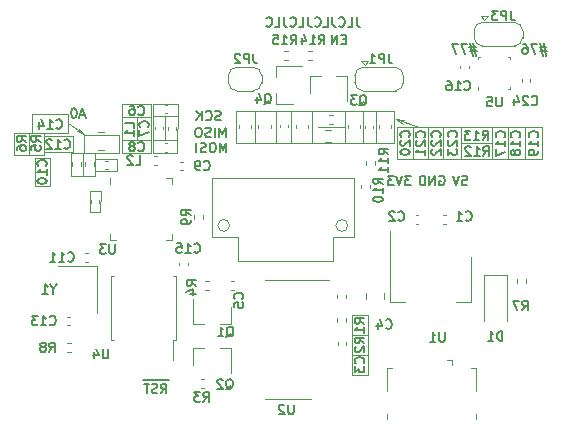
<source format=gbr>
%TF.GenerationSoftware,KiCad,Pcbnew,(5.1.7-0-10_14)*%
%TF.CreationDate,2020-11-27T19:57:41+01:00*%
%TF.ProjectId,AtmoNode,41746d6f-4e6f-4646-952e-6b696361645f,rev?*%
%TF.SameCoordinates,Original*%
%TF.FileFunction,Legend,Bot*%
%TF.FilePolarity,Positive*%
%FSLAX46Y46*%
G04 Gerber Fmt 4.6, Leading zero omitted, Abs format (unit mm)*
G04 Created by KiCad (PCBNEW (5.1.7-0-10_14)) date 2020-11-27 19:57:41*
%MOMM*%
%LPD*%
G01*
G04 APERTURE LIST*
%ADD10C,0.120000*%
%ADD11C,0.153000*%
%ADD12C,0.100000*%
G04 APERTURE END LIST*
D10*
X119050000Y-102900000D02*
X121050000Y-102900000D01*
X120050000Y-102900000D02*
X119050000Y-102900000D01*
X120050000Y-100850000D02*
X120050000Y-102900000D01*
X119100000Y-100850000D02*
X121050000Y-100850000D01*
X119050000Y-104000000D02*
X121050000Y-104000000D01*
X119050000Y-99800000D02*
X119050000Y-104000000D01*
X121100000Y-99800000D02*
X119050000Y-99800000D01*
X121050000Y-104000000D02*
X121100000Y-99800000D01*
D11*
X136245238Y-92461904D02*
X136245238Y-93033333D01*
X136283333Y-93147619D01*
X136359523Y-93223809D01*
X136473809Y-93261904D01*
X136550000Y-93261904D01*
X135483333Y-93261904D02*
X135864285Y-93261904D01*
X135864285Y-92461904D01*
X134759523Y-93185714D02*
X134797619Y-93223809D01*
X134911904Y-93261904D01*
X134988095Y-93261904D01*
X135102380Y-93223809D01*
X135178571Y-93147619D01*
X135216666Y-93071428D01*
X135254761Y-92919047D01*
X135254761Y-92804761D01*
X135216666Y-92652380D01*
X135178571Y-92576190D01*
X135102380Y-92500000D01*
X134988095Y-92461904D01*
X134911904Y-92461904D01*
X134797619Y-92500000D01*
X134759523Y-92538095D01*
X134188095Y-92461904D02*
X134188095Y-93033333D01*
X134226190Y-93147619D01*
X134302380Y-93223809D01*
X134416666Y-93261904D01*
X134492857Y-93261904D01*
X133426190Y-93261904D02*
X133807142Y-93261904D01*
X133807142Y-92461904D01*
X132702380Y-93185714D02*
X132740476Y-93223809D01*
X132854761Y-93261904D01*
X132930952Y-93261904D01*
X133045238Y-93223809D01*
X133121428Y-93147619D01*
X133159523Y-93071428D01*
X133197619Y-92919047D01*
X133197619Y-92804761D01*
X133159523Y-92652380D01*
X133121428Y-92576190D01*
X133045238Y-92500000D01*
X132930952Y-92461904D01*
X132854761Y-92461904D01*
X132740476Y-92500000D01*
X132702380Y-92538095D01*
X132130952Y-92461904D02*
X132130952Y-93033333D01*
X132169047Y-93147619D01*
X132245238Y-93223809D01*
X132359523Y-93261904D01*
X132435714Y-93261904D01*
X131369047Y-93261904D02*
X131750000Y-93261904D01*
X131750000Y-92461904D01*
X130645238Y-93185714D02*
X130683333Y-93223809D01*
X130797619Y-93261904D01*
X130873809Y-93261904D01*
X130988095Y-93223809D01*
X131064285Y-93147619D01*
X131102380Y-93071428D01*
X131140476Y-92919047D01*
X131140476Y-92804761D01*
X131102380Y-92652380D01*
X131064285Y-92576190D01*
X130988095Y-92500000D01*
X130873809Y-92461904D01*
X130797619Y-92461904D01*
X130683333Y-92500000D01*
X130645238Y-92538095D01*
X130073809Y-92461904D02*
X130073809Y-93033333D01*
X130111904Y-93147619D01*
X130188095Y-93223809D01*
X130302380Y-93261904D01*
X130378571Y-93261904D01*
X129311904Y-93261904D02*
X129692857Y-93261904D01*
X129692857Y-92461904D01*
X128588095Y-93185714D02*
X128626190Y-93223809D01*
X128740476Y-93261904D01*
X128816666Y-93261904D01*
X128930952Y-93223809D01*
X129007142Y-93147619D01*
X129045238Y-93071428D01*
X129083333Y-92919047D01*
X129083333Y-92804761D01*
X129045238Y-92652380D01*
X129007142Y-92576190D01*
X128930952Y-92500000D01*
X128816666Y-92461904D01*
X128740476Y-92461904D01*
X128626190Y-92500000D01*
X128588095Y-92538095D01*
D10*
X118850000Y-99800000D02*
X118850000Y-101100000D01*
X116400000Y-99800000D02*
X118850000Y-99800000D01*
X116400000Y-101100000D02*
X116400000Y-99800000D01*
X116400000Y-104000000D02*
X116400000Y-102750000D01*
X118850000Y-104000000D02*
X116400000Y-104000000D01*
X118850000Y-102750000D02*
X118850000Y-104000000D01*
X117650000Y-100950000D02*
X117650000Y-102850000D01*
X116400000Y-100950000D02*
X118850000Y-100950000D01*
X116400000Y-102750000D02*
X116400000Y-101100000D01*
X118850000Y-102850000D02*
X116450000Y-102850000D01*
X118850000Y-101100000D02*
X118850000Y-102750000D01*
X113150000Y-102350000D02*
X112750000Y-101900000D01*
X113150000Y-102350000D02*
X112550000Y-102100000D01*
X111850000Y-101400000D02*
X113150000Y-102350000D01*
D11*
X125207142Y-103911904D02*
X125207142Y-103111904D01*
X124940476Y-103683333D01*
X124673809Y-103111904D01*
X124673809Y-103911904D01*
X124140476Y-103111904D02*
X123988095Y-103111904D01*
X123911904Y-103150000D01*
X123835714Y-103226190D01*
X123797619Y-103378571D01*
X123797619Y-103645238D01*
X123835714Y-103797619D01*
X123911904Y-103873809D01*
X123988095Y-103911904D01*
X124140476Y-103911904D01*
X124216666Y-103873809D01*
X124292857Y-103797619D01*
X124330952Y-103645238D01*
X124330952Y-103378571D01*
X124292857Y-103226190D01*
X124216666Y-103150000D01*
X124140476Y-103111904D01*
X123492857Y-103873809D02*
X123378571Y-103911904D01*
X123188095Y-103911904D01*
X123111904Y-103873809D01*
X123073809Y-103835714D01*
X123035714Y-103759523D01*
X123035714Y-103683333D01*
X123073809Y-103607142D01*
X123111904Y-103569047D01*
X123188095Y-103530952D01*
X123340476Y-103492857D01*
X123416666Y-103454761D01*
X123454761Y-103416666D01*
X123492857Y-103340476D01*
X123492857Y-103264285D01*
X123454761Y-103188095D01*
X123416666Y-103150000D01*
X123340476Y-103111904D01*
X123150000Y-103111904D01*
X123035714Y-103150000D01*
X122692857Y-103911904D02*
X122692857Y-103111904D01*
X125157142Y-102611904D02*
X125157142Y-101811904D01*
X124890476Y-102383333D01*
X124623809Y-101811904D01*
X124623809Y-102611904D01*
X124242857Y-102611904D02*
X124242857Y-101811904D01*
X123900000Y-102573809D02*
X123785714Y-102611904D01*
X123595238Y-102611904D01*
X123519047Y-102573809D01*
X123480952Y-102535714D01*
X123442857Y-102459523D01*
X123442857Y-102383333D01*
X123480952Y-102307142D01*
X123519047Y-102269047D01*
X123595238Y-102230952D01*
X123747619Y-102192857D01*
X123823809Y-102154761D01*
X123861904Y-102116666D01*
X123900000Y-102040476D01*
X123900000Y-101964285D01*
X123861904Y-101888095D01*
X123823809Y-101850000D01*
X123747619Y-101811904D01*
X123557142Y-101811904D01*
X123442857Y-101850000D01*
X122947619Y-101811904D02*
X122795238Y-101811904D01*
X122719047Y-101850000D01*
X122642857Y-101926190D01*
X122604761Y-102078571D01*
X122604761Y-102345238D01*
X122642857Y-102497619D01*
X122719047Y-102573809D01*
X122795238Y-102611904D01*
X122947619Y-102611904D01*
X123023809Y-102573809D01*
X123100000Y-102497619D01*
X123138095Y-102345238D01*
X123138095Y-102078571D01*
X123100000Y-101926190D01*
X123023809Y-101850000D01*
X122947619Y-101811904D01*
X124728571Y-101173809D02*
X124614285Y-101211904D01*
X124423809Y-101211904D01*
X124347619Y-101173809D01*
X124309523Y-101135714D01*
X124271428Y-101059523D01*
X124271428Y-100983333D01*
X124309523Y-100907142D01*
X124347619Y-100869047D01*
X124423809Y-100830952D01*
X124576190Y-100792857D01*
X124652380Y-100754761D01*
X124690476Y-100716666D01*
X124728571Y-100640476D01*
X124728571Y-100564285D01*
X124690476Y-100488095D01*
X124652380Y-100450000D01*
X124576190Y-100411904D01*
X124385714Y-100411904D01*
X124271428Y-100450000D01*
X123471428Y-101135714D02*
X123509523Y-101173809D01*
X123623809Y-101211904D01*
X123700000Y-101211904D01*
X123814285Y-101173809D01*
X123890476Y-101097619D01*
X123928571Y-101021428D01*
X123966666Y-100869047D01*
X123966666Y-100754761D01*
X123928571Y-100602380D01*
X123890476Y-100526190D01*
X123814285Y-100450000D01*
X123700000Y-100411904D01*
X123623809Y-100411904D01*
X123509523Y-100450000D01*
X123471428Y-100488095D01*
X123128571Y-101211904D02*
X123128571Y-100411904D01*
X122671428Y-101211904D02*
X123014285Y-100754761D01*
X122671428Y-100411904D02*
X123128571Y-100869047D01*
X113221428Y-100733333D02*
X112840476Y-100733333D01*
X113297619Y-100961904D02*
X113030952Y-100161904D01*
X112764285Y-100961904D01*
X112345238Y-100161904D02*
X112269047Y-100161904D01*
X112192857Y-100200000D01*
X112154761Y-100238095D01*
X112116666Y-100314285D01*
X112078571Y-100466666D01*
X112078571Y-100657142D01*
X112116666Y-100809523D01*
X112154761Y-100885714D01*
X112192857Y-100923809D01*
X112269047Y-100961904D01*
X112345238Y-100961904D01*
X112421428Y-100923809D01*
X112459523Y-100885714D01*
X112497619Y-100809523D01*
X112535714Y-100657142D01*
X112535714Y-100466666D01*
X112497619Y-100314285D01*
X112459523Y-100238095D01*
X112421428Y-100200000D01*
X112345238Y-100161904D01*
X120335714Y-123175100D02*
X119535714Y-123175100D01*
X119688095Y-124311904D02*
X119954761Y-123930952D01*
X120145238Y-124311904D02*
X120145238Y-123511904D01*
X119840476Y-123511904D01*
X119764285Y-123550000D01*
X119726190Y-123588095D01*
X119688095Y-123664285D01*
X119688095Y-123778571D01*
X119726190Y-123854761D01*
X119764285Y-123892857D01*
X119840476Y-123930952D01*
X120145238Y-123930952D01*
X119535714Y-123175100D02*
X118773809Y-123175100D01*
X119383333Y-124273809D02*
X119269047Y-124311904D01*
X119078571Y-124311904D01*
X119002380Y-124273809D01*
X118964285Y-124235714D01*
X118926190Y-124159523D01*
X118926190Y-124083333D01*
X118964285Y-124007142D01*
X119002380Y-123969047D01*
X119078571Y-123930952D01*
X119230952Y-123892857D01*
X119307142Y-123854761D01*
X119345238Y-123816666D01*
X119383333Y-123740476D01*
X119383333Y-123664285D01*
X119345238Y-123588095D01*
X119307142Y-123550000D01*
X119230952Y-123511904D01*
X119040476Y-123511904D01*
X118926190Y-123550000D01*
X118773809Y-123175100D02*
X118164285Y-123175100D01*
X118697619Y-123511904D02*
X118240476Y-123511904D01*
X118469047Y-124311904D02*
X118469047Y-123511904D01*
D10*
X108700000Y-104150000D02*
X107250000Y-104150000D01*
X111800000Y-100700000D02*
X108800000Y-100700000D01*
X112200000Y-102550000D02*
X112200000Y-103850000D01*
X108800000Y-100700000D02*
X108800000Y-102250000D01*
X110250000Y-104350000D02*
X109000000Y-104350000D01*
X112200000Y-103850000D02*
X109750000Y-103850000D01*
X110250000Y-106750000D02*
X110250000Y-104350000D01*
X109000000Y-106750000D02*
X110250000Y-106750000D01*
X109850000Y-102550000D02*
X112200000Y-102550000D01*
X109000000Y-104350000D02*
X109000000Y-106750000D01*
X109750000Y-102250000D02*
X108700000Y-102250000D01*
X111800000Y-102250000D02*
X111800000Y-100700000D01*
X108500000Y-102300000D02*
X108500000Y-104150000D01*
X109750000Y-104150000D02*
X109750000Y-102250000D01*
X107250000Y-104150000D02*
X107250000Y-102250000D01*
X109750000Y-102250000D02*
X111800000Y-102250000D01*
X108700000Y-104150000D02*
X109750000Y-104150000D01*
X107250000Y-102250000D02*
X108700000Y-102250000D01*
X114600000Y-107150000D02*
X113650000Y-107150000D01*
X114550000Y-109000000D02*
X114600000Y-107150000D01*
X113650000Y-109000000D02*
X114550000Y-109000000D01*
X113650000Y-107150000D02*
X113650000Y-109000000D01*
X113150000Y-102450000D02*
X113150000Y-104000000D01*
X116150000Y-102450000D02*
X113150000Y-102450000D01*
X116150000Y-104000000D02*
X116150000Y-102450000D01*
X114100000Y-104000000D02*
X116150000Y-104000000D01*
X116000000Y-105450000D02*
X114100000Y-105450000D01*
X116000000Y-104500000D02*
X116000000Y-105450000D01*
X114200000Y-104500000D02*
X116000000Y-104500000D01*
X114100000Y-104000000D02*
X113050000Y-104000000D01*
X114100000Y-105900000D02*
X114100000Y-104000000D01*
X113050000Y-105900000D02*
X114100000Y-105900000D01*
X113050000Y-104000000D02*
X113050000Y-105850000D01*
X112050000Y-104000000D02*
X113050000Y-104000000D01*
X112050000Y-105900000D02*
X112050000Y-104000000D01*
X113050000Y-105900000D02*
X112050000Y-105900000D01*
D11*
X146359523Y-95028571D02*
X145788095Y-95028571D01*
X146130952Y-94685714D02*
X146359523Y-95714285D01*
X145864285Y-95371428D02*
X146435714Y-95371428D01*
X146092857Y-95714285D02*
X145864285Y-94685714D01*
X145597619Y-94761904D02*
X145064285Y-94761904D01*
X145407142Y-95561904D01*
X144835714Y-94761904D02*
X144302380Y-94761904D01*
X144645238Y-95561904D01*
X152309523Y-95028571D02*
X151738095Y-95028571D01*
X152080952Y-94685714D02*
X152309523Y-95714285D01*
X151814285Y-95371428D02*
X152385714Y-95371428D01*
X152042857Y-95714285D02*
X151814285Y-94685714D01*
X151547619Y-94761904D02*
X151014285Y-94761904D01*
X151357142Y-95561904D01*
X150366666Y-94761904D02*
X150519047Y-94761904D01*
X150595238Y-94800000D01*
X150633333Y-94838095D01*
X150709523Y-94952380D01*
X150747619Y-95104761D01*
X150747619Y-95409523D01*
X150709523Y-95485714D01*
X150671428Y-95523809D01*
X150595238Y-95561904D01*
X150442857Y-95561904D01*
X150366666Y-95523809D01*
X150328571Y-95485714D01*
X150290476Y-95409523D01*
X150290476Y-95219047D01*
X150328571Y-95142857D01*
X150366666Y-95104761D01*
X150442857Y-95066666D01*
X150595238Y-95066666D01*
X150671428Y-95104761D01*
X150709523Y-95142857D01*
X150747619Y-95219047D01*
D10*
X137200000Y-121050000D02*
X135850000Y-121050000D01*
X135850000Y-119400000D02*
X137200000Y-119400000D01*
X135850000Y-117850000D02*
X135850000Y-117700000D01*
X135850000Y-122750000D02*
X135850000Y-117850000D01*
X137200000Y-122750000D02*
X135850000Y-122750000D01*
X137200000Y-117700000D02*
X137200000Y-122750000D01*
X135850000Y-117700000D02*
X137200000Y-117700000D01*
D11*
X145202380Y-105911904D02*
X145583333Y-105911904D01*
X145621428Y-106292857D01*
X145583333Y-106254761D01*
X145507142Y-106216666D01*
X145316666Y-106216666D01*
X145240476Y-106254761D01*
X145202380Y-106292857D01*
X145164285Y-106369047D01*
X145164285Y-106559523D01*
X145202380Y-106635714D01*
X145240476Y-106673809D01*
X145316666Y-106711904D01*
X145507142Y-106711904D01*
X145583333Y-106673809D01*
X145621428Y-106635714D01*
X144935714Y-105911904D02*
X144669047Y-106711904D01*
X144402380Y-105911904D01*
X143259523Y-105950000D02*
X143335714Y-105911904D01*
X143450000Y-105911904D01*
X143564285Y-105950000D01*
X143640476Y-106026190D01*
X143678571Y-106102380D01*
X143716666Y-106254761D01*
X143716666Y-106369047D01*
X143678571Y-106521428D01*
X143640476Y-106597619D01*
X143564285Y-106673809D01*
X143450000Y-106711904D01*
X143373809Y-106711904D01*
X143259523Y-106673809D01*
X143221428Y-106635714D01*
X143221428Y-106369047D01*
X143373809Y-106369047D01*
X142878571Y-106711904D02*
X142878571Y-105911904D01*
X142421428Y-106711904D01*
X142421428Y-105911904D01*
X142040476Y-106711904D02*
X142040476Y-105911904D01*
X141850000Y-105911904D01*
X141735714Y-105950000D01*
X141659523Y-106026190D01*
X141621428Y-106102380D01*
X141583333Y-106254761D01*
X141583333Y-106369047D01*
X141621428Y-106521428D01*
X141659523Y-106597619D01*
X141735714Y-106673809D01*
X141850000Y-106711904D01*
X142040476Y-106711904D01*
X140840476Y-105911904D02*
X140345238Y-105911904D01*
X140611904Y-106216666D01*
X140497619Y-106216666D01*
X140421428Y-106254761D01*
X140383333Y-106292857D01*
X140345238Y-106369047D01*
X140345238Y-106559523D01*
X140383333Y-106635714D01*
X140421428Y-106673809D01*
X140497619Y-106711904D01*
X140726190Y-106711904D01*
X140802380Y-106673809D01*
X140840476Y-106635714D01*
X140116666Y-105911904D02*
X139850000Y-106711904D01*
X139583333Y-105911904D01*
X139392857Y-105911904D02*
X138897619Y-105911904D01*
X139164285Y-106216666D01*
X139050000Y-106216666D01*
X138973809Y-106254761D01*
X138935714Y-106292857D01*
X138897619Y-106369047D01*
X138897619Y-106559523D01*
X138935714Y-106635714D01*
X138973809Y-106673809D01*
X139050000Y-106711904D01*
X139278571Y-106711904D01*
X139354761Y-106673809D01*
X139392857Y-106635714D01*
D10*
X130400000Y-103100000D02*
X129100000Y-103100000D01*
X139450000Y-103100000D02*
X139450000Y-100400000D01*
X137850000Y-100400000D02*
X137850000Y-103000000D01*
X130700000Y-100400000D02*
X130700000Y-103100000D01*
X131900000Y-103100000D02*
X139450000Y-103100000D01*
X132500000Y-100400000D02*
X132500000Y-103100000D01*
X129100000Y-100400000D02*
X127800000Y-100400000D01*
X129400000Y-103100000D02*
X129400000Y-100400000D01*
X126000000Y-103100000D02*
X126000000Y-100400000D01*
X131900000Y-100400000D02*
X130400000Y-100400000D01*
X126000000Y-100400000D02*
X131900000Y-100400000D01*
X131900000Y-103100000D02*
X126000000Y-103100000D01*
X132950000Y-101800000D02*
X135250000Y-101800000D01*
X127650000Y-100400000D02*
X127650000Y-103100000D01*
X139450000Y-100400000D02*
X131900000Y-100400000D01*
X135250000Y-100400000D02*
X135250000Y-103000000D01*
X136750000Y-100400000D02*
X136750000Y-103100000D01*
X139550000Y-101100000D02*
X140250000Y-101150000D01*
X139550000Y-101100000D02*
X140150000Y-101500000D01*
X141550000Y-101800000D02*
X139550000Y-101100000D01*
X141000000Y-101800000D02*
X141000000Y-104500000D01*
X142300000Y-101800000D02*
X141000000Y-101800000D01*
X142300000Y-104500000D02*
X142300000Y-101800000D01*
X143600000Y-104500000D02*
X142300000Y-104500000D01*
X143600000Y-101800000D02*
X143600000Y-104500000D01*
X145100000Y-101800000D02*
X143600000Y-101800000D01*
X139700000Y-101800000D02*
X145550000Y-101800000D01*
X139700000Y-104500000D02*
X139700000Y-101800000D01*
X145100000Y-104500000D02*
X139700000Y-104500000D01*
X145100000Y-103100000D02*
X147700000Y-103100000D01*
X147700000Y-101800000D02*
X147700000Y-104400000D01*
X149100000Y-101800000D02*
X149100000Y-104500000D01*
X150500000Y-101800000D02*
X150500000Y-104400000D01*
X151950000Y-104500000D02*
X151950000Y-101800000D01*
X145100000Y-104500000D02*
X151950000Y-104500000D01*
X145100000Y-104400000D02*
X145100000Y-104500000D01*
X145100000Y-101800000D02*
X145100000Y-104400000D01*
X151950000Y-101800000D02*
X145100000Y-101800000D01*
D11*
X135340476Y-94342857D02*
X135073809Y-94342857D01*
X134959523Y-94761904D02*
X135340476Y-94761904D01*
X135340476Y-93961904D01*
X134959523Y-93961904D01*
X134616666Y-94761904D02*
X134616666Y-93961904D01*
X134159523Y-94761904D01*
X134159523Y-93961904D01*
D10*
%TO.C,R12*%
X133587742Y-103022500D02*
X134062258Y-103022500D01*
X133587742Y-101977500D02*
X134062258Y-101977500D01*
%TO.C,C4*%
X137065000Y-115788748D02*
X137065000Y-116311252D01*
X138535000Y-115788748D02*
X138535000Y-116311252D01*
%TO.C,C14*%
X114886252Y-102215000D02*
X114363748Y-102215000D01*
X114886252Y-103685000D02*
X114363748Y-103685000D01*
%TO.C,L1*%
X119140000Y-101772300D02*
X119140000Y-101972700D01*
X119860000Y-101772300D02*
X119860000Y-101972700D01*
D12*
%TO.C,U5*%
X146550000Y-95840000D02*
X146700000Y-95840000D01*
X146550000Y-95850000D02*
X146550000Y-96000000D01*
X149250000Y-95850000D02*
X149250000Y-96000000D01*
X149250000Y-95850000D02*
X149100000Y-95850000D01*
X149100000Y-98550000D02*
X149250000Y-98550000D01*
X149250000Y-98550000D02*
X149250000Y-98400000D01*
X146550000Y-98400000D02*
X146550000Y-98650000D01*
D10*
%TO.C,R11*%
X137830000Y-104646359D02*
X137830000Y-104953641D01*
X137070000Y-104646359D02*
X137070000Y-104953641D01*
%TO.C,R10*%
X136620000Y-106953641D02*
X136620000Y-106646359D01*
X137380000Y-106953641D02*
X137380000Y-106646359D01*
%TO.C,C24*%
X150240000Y-97712164D02*
X150240000Y-97927836D01*
X150960000Y-97712164D02*
X150960000Y-97927836D01*
%TO.C,JP3*%
X146200000Y-94200000D02*
G75*
G03*
X146900000Y-94900000I700000J0D01*
G01*
X146900000Y-92900000D02*
G75*
G03*
X146200000Y-93600000I0J-700000D01*
G01*
X150300000Y-93600000D02*
G75*
G03*
X149600000Y-92900000I-700000J0D01*
G01*
X149600000Y-94900000D02*
G75*
G03*
X150300000Y-94200000I0J700000D01*
G01*
X147050000Y-92700000D02*
X147350000Y-92400000D01*
X146750000Y-92400000D02*
X147350000Y-92400000D01*
X147050000Y-92700000D02*
X146750000Y-92400000D01*
X146200000Y-93600000D02*
X146200000Y-94200000D01*
X149650000Y-92900000D02*
X146850000Y-92900000D01*
X150300000Y-94200000D02*
X150300000Y-93600000D01*
X146850000Y-94900000D02*
X149650000Y-94900000D01*
%TO.C,C20*%
X126290000Y-101584420D02*
X126290000Y-101865580D01*
X127310000Y-101584420D02*
X127310000Y-101865580D01*
%TO.C,L2*%
X119327700Y-104240000D02*
X119127300Y-104240000D01*
X119327700Y-104960000D02*
X119127300Y-104960000D01*
%TO.C,Q2*%
X122420000Y-120440000D02*
X122420000Y-121900000D01*
X125580000Y-120440000D02*
X125580000Y-122600000D01*
X125580000Y-120440000D02*
X124650000Y-120440000D01*
X122420000Y-120440000D02*
X123350000Y-120440000D01*
%TO.C,C15*%
X121960000Y-113272164D02*
X121960000Y-113487836D01*
X121240000Y-113272164D02*
X121240000Y-113487836D01*
%TO.C,R14*%
X132463641Y-96080000D02*
X132156359Y-96080000D01*
X132463641Y-95320000D02*
X132156359Y-95320000D01*
%TO.C,J2*%
X135500000Y-110100000D02*
G75*
G03*
X135500000Y-110100000I-500000J0D01*
G01*
X125500000Y-110100000D02*
G75*
G03*
X125500000Y-110100000I-500000J0D01*
G01*
X124000000Y-106100000D02*
X136000000Y-106100000D01*
X136000000Y-111100000D02*
X136000000Y-106100000D01*
X134210000Y-111100000D02*
X136000000Y-111100000D01*
X134210000Y-113100000D02*
X134210000Y-111100000D01*
X126210000Y-113100000D02*
X134210000Y-113100000D01*
X126210000Y-111100000D02*
X126210000Y-113100000D01*
X124000000Y-111100000D02*
X126210000Y-111100000D01*
X124000000Y-106100000D02*
X124000000Y-111100000D01*
%TO.C,R3*%
X123343641Y-123880000D02*
X123036359Y-123880000D01*
X123343641Y-123120000D02*
X123036359Y-123120000D01*
%TO.C,Q1*%
X125580000Y-118460000D02*
X125580000Y-117000000D01*
X122420000Y-118460000D02*
X122420000Y-116300000D01*
X122420000Y-118460000D02*
X123350000Y-118460000D01*
X125580000Y-118460000D02*
X124650000Y-118460000D01*
%TO.C,U2*%
X130460000Y-124810000D02*
X128510000Y-124810000D01*
X130460000Y-124810000D02*
X132410000Y-124810000D01*
X130460000Y-114690000D02*
X128510000Y-114690000D01*
X130460000Y-114690000D02*
X133910000Y-114690000D01*
%TO.C,R9*%
X122520000Y-109543641D02*
X122520000Y-109236359D01*
X123280000Y-109543641D02*
X123280000Y-109236359D01*
%TO.C,C19*%
X139160000Y-101596920D02*
X139160000Y-101878080D01*
X138140000Y-101596920D02*
X138140000Y-101878080D01*
%TO.C,C17*%
X136560000Y-101559420D02*
X136560000Y-101840580D01*
X135540000Y-101559420D02*
X135540000Y-101840580D01*
%TO.C,R15*%
X130136359Y-95320000D02*
X130443641Y-95320000D01*
X130136359Y-96080000D02*
X130443641Y-96080000D01*
%TO.C,R13*%
X134213641Y-101480000D02*
X133906359Y-101480000D01*
X134213641Y-100720000D02*
X133906359Y-100720000D01*
%TO.C,R8*%
X112063641Y-120780000D02*
X111756359Y-120780000D01*
X112063641Y-120020000D02*
X111756359Y-120020000D01*
%TO.C,R7*%
X150580000Y-114656359D02*
X150580000Y-114963641D01*
X149820000Y-114656359D02*
X149820000Y-114963641D01*
%TO.C,R6*%
X112120000Y-105063641D02*
X112120000Y-104756359D01*
X112880000Y-105063641D02*
X112880000Y-104756359D01*
%TO.C,R5*%
X113220000Y-105043641D02*
X113220000Y-104736359D01*
X113980000Y-105043641D02*
X113980000Y-104736359D01*
%TO.C,R4*%
X123436359Y-114820000D02*
X123743641Y-114820000D01*
X123436359Y-115580000D02*
X123743641Y-115580000D01*
%TO.C,R2*%
X134620000Y-118263641D02*
X134620000Y-117956359D01*
X135380000Y-118263641D02*
X135380000Y-117956359D01*
%TO.C,R1*%
X135380000Y-115946359D02*
X135380000Y-116253641D01*
X134620000Y-115946359D02*
X134620000Y-116253641D01*
%TO.C,C22*%
X130460000Y-101572164D02*
X130460000Y-101787836D01*
X129740000Y-101572164D02*
X129740000Y-101787836D01*
%TO.C,C18*%
X137660000Y-101672164D02*
X137660000Y-101887836D01*
X136940000Y-101672164D02*
X136940000Y-101887836D01*
%TO.C,C16*%
X145760000Y-96562164D02*
X145760000Y-96777836D01*
X145040000Y-96562164D02*
X145040000Y-96777836D01*
%TO.C,C13*%
X111772164Y-117840000D02*
X111987836Y-117840000D01*
X111772164Y-118560000D02*
X111987836Y-118560000D01*
%TO.C,C12*%
X115187836Y-105360000D02*
X114972164Y-105360000D01*
X115187836Y-104640000D02*
X114972164Y-104640000D01*
%TO.C,C11*%
X113507836Y-113160000D02*
X113292164Y-113160000D01*
X113507836Y-112440000D02*
X113292164Y-112440000D01*
%TO.C,C10*%
X113740000Y-108187836D02*
X113740000Y-107972164D01*
X114460000Y-108187836D02*
X114460000Y-107972164D01*
%TO.C,C9*%
X121312164Y-104690000D02*
X121527836Y-104690000D01*
X121312164Y-105410000D02*
X121527836Y-105410000D01*
%TO.C,C8*%
X120012164Y-103140000D02*
X120227836Y-103140000D01*
X120012164Y-103860000D02*
X120227836Y-103860000D01*
%TO.C,C7*%
X120960000Y-101772164D02*
X120960000Y-101987836D01*
X120240000Y-101772164D02*
X120240000Y-101987836D01*
%TO.C,C6*%
X120012164Y-99890000D02*
X120227836Y-99890000D01*
X120012164Y-100610000D02*
X120227836Y-100610000D01*
%TO.C,C5*%
X125827836Y-115560000D02*
X125612164Y-115560000D01*
X125827836Y-114840000D02*
X125612164Y-114840000D01*
%TO.C,C3*%
X135360000Y-119992164D02*
X135360000Y-120207836D01*
X134640000Y-119992164D02*
X134640000Y-120207836D01*
%TO.C,C2*%
X141487836Y-109960000D02*
X141272164Y-109960000D01*
X141487836Y-109240000D02*
X141272164Y-109240000D01*
%TO.C,C1*%
X143787836Y-109960000D02*
X143572164Y-109960000D01*
X143787836Y-109240000D02*
X143572164Y-109240000D01*
%TO.C,Y1*%
X114300000Y-113500000D02*
X114300000Y-117500000D01*
X111000000Y-113500000D02*
X114300000Y-113500000D01*
%TO.C,Q4*%
X129440000Y-99780000D02*
X130900000Y-99780000D01*
X129440000Y-96620000D02*
X131600000Y-96620000D01*
X129440000Y-96620000D02*
X129440000Y-97550000D01*
X129440000Y-99780000D02*
X129440000Y-98850000D01*
%TO.C,Q3*%
X132270000Y-97440000D02*
X132270000Y-98900000D01*
X135430000Y-97440000D02*
X135430000Y-99600000D01*
X135430000Y-97440000D02*
X134500000Y-97440000D01*
X132270000Y-97440000D02*
X133200000Y-97440000D01*
%TO.C,JP2*%
X127500000Y-96700000D02*
X126100000Y-96700000D01*
X125400000Y-97400000D02*
X125400000Y-98000000D01*
X126100000Y-98700000D02*
X127500000Y-98700000D01*
X128200000Y-98000000D02*
X128200000Y-97400000D01*
X128200000Y-97400000D02*
G75*
G03*
X127500000Y-96700000I-700000J0D01*
G01*
X127500000Y-98700000D02*
G75*
G03*
X128200000Y-98000000I0J700000D01*
G01*
X125400000Y-98000000D02*
G75*
G03*
X126100000Y-98700000I700000J0D01*
G01*
X126100000Y-96700000D02*
G75*
G03*
X125400000Y-97400000I0J-700000D01*
G01*
%TO.C,JP1*%
X136750000Y-98700000D02*
X139550000Y-98700000D01*
X140200000Y-98000000D02*
X140200000Y-97400000D01*
X139550000Y-96700000D02*
X136750000Y-96700000D01*
X136100000Y-97400000D02*
X136100000Y-98000000D01*
X136950000Y-96500000D02*
X136650000Y-96200000D01*
X136650000Y-96200000D02*
X137250000Y-96200000D01*
X136950000Y-96500000D02*
X137250000Y-96200000D01*
X136100000Y-98000000D02*
G75*
G03*
X136800000Y-98700000I700000J0D01*
G01*
X136800000Y-96700000D02*
G75*
G03*
X136100000Y-97400000I0J-700000D01*
G01*
X140200000Y-97400000D02*
G75*
G03*
X139500000Y-96700000I-700000J0D01*
G01*
X139500000Y-98700000D02*
G75*
G03*
X140200000Y-98000000I0J700000D01*
G01*
%TO.C,U4*%
X115475000Y-117100000D02*
X115475000Y-114375000D01*
X115475000Y-114375000D02*
X115735000Y-114375000D01*
X115475000Y-117100000D02*
X115475000Y-119825000D01*
X115475000Y-119825000D02*
X115735000Y-119825000D01*
X120925000Y-117100000D02*
X120925000Y-114375000D01*
X120925000Y-114375000D02*
X120665000Y-114375000D01*
X120925000Y-117100000D02*
X120925000Y-119825000D01*
X120925000Y-119825000D02*
X120665000Y-119825000D01*
X120665000Y-119825000D02*
X120665000Y-121500000D01*
%TO.C,U3*%
X115390000Y-110835000D02*
X115390000Y-111310000D01*
X115390000Y-111310000D02*
X115865000Y-111310000D01*
X120610000Y-106565000D02*
X120610000Y-106090000D01*
X120610000Y-106090000D02*
X120135000Y-106090000D01*
X120610000Y-110835000D02*
X120610000Y-111310000D01*
X120610000Y-111310000D02*
X120135000Y-111310000D01*
X115390000Y-106565000D02*
X115390000Y-106090000D01*
%TO.C,U1*%
X145910000Y-116560000D02*
X144650000Y-116560000D01*
X139090000Y-116560000D02*
X140350000Y-116560000D01*
X145910000Y-112800000D02*
X145910000Y-116560000D01*
X139090000Y-110550000D02*
X139090000Y-116560000D01*
%TO.C,J1*%
X144360000Y-121910000D02*
X144360000Y-121460000D01*
X143910000Y-121460000D02*
X144360000Y-121460000D01*
X146360000Y-122140000D02*
X145940000Y-122140000D01*
X146360000Y-124120000D02*
X146360000Y-122140000D01*
X146360000Y-126490000D02*
X146360000Y-126090000D01*
X138840000Y-126090000D02*
X138840000Y-126490000D01*
X138840000Y-122140000D02*
X139260000Y-122140000D01*
X138840000Y-124120000D02*
X138840000Y-122140000D01*
%TO.C,D1*%
X147000000Y-114300000D02*
X149000000Y-114300000D01*
X149000000Y-114300000D02*
X149000000Y-118200000D01*
X147000000Y-114300000D02*
X147000000Y-118200000D01*
%TO.C,C23*%
X131090000Y-101559420D02*
X131090000Y-101840580D01*
X132110000Y-101559420D02*
X132110000Y-101840580D01*
%TO.C,C21*%
X127940000Y-101584420D02*
X127940000Y-101865580D01*
X128960000Y-101584420D02*
X128960000Y-101865580D01*
%TO.C,R12*%
D11*
X146964285Y-104211904D02*
X147230952Y-103830952D01*
X147421428Y-104211904D02*
X147421428Y-103411904D01*
X147116666Y-103411904D01*
X147040476Y-103450000D01*
X147002380Y-103488095D01*
X146964285Y-103564285D01*
X146964285Y-103678571D01*
X147002380Y-103754761D01*
X147040476Y-103792857D01*
X147116666Y-103830952D01*
X147421428Y-103830952D01*
X146202380Y-104211904D02*
X146659523Y-104211904D01*
X146430952Y-104211904D02*
X146430952Y-103411904D01*
X146507142Y-103526190D01*
X146583333Y-103602380D01*
X146659523Y-103640476D01*
X145897619Y-103488095D02*
X145859523Y-103450000D01*
X145783333Y-103411904D01*
X145592857Y-103411904D01*
X145516666Y-103450000D01*
X145478571Y-103488095D01*
X145440476Y-103564285D01*
X145440476Y-103640476D01*
X145478571Y-103754761D01*
X145935714Y-104211904D01*
X145440476Y-104211904D01*
%TO.C,C4*%
X138733333Y-118785714D02*
X138771428Y-118823809D01*
X138885714Y-118861904D01*
X138961904Y-118861904D01*
X139076190Y-118823809D01*
X139152380Y-118747619D01*
X139190476Y-118671428D01*
X139228571Y-118519047D01*
X139228571Y-118404761D01*
X139190476Y-118252380D01*
X139152380Y-118176190D01*
X139076190Y-118100000D01*
X138961904Y-118061904D01*
X138885714Y-118061904D01*
X138771428Y-118100000D01*
X138733333Y-118138095D01*
X138047619Y-118328571D02*
X138047619Y-118861904D01*
X138238095Y-118023809D02*
X138428571Y-118595238D01*
X137933333Y-118595238D01*
%TO.C,C14*%
X110814285Y-101835714D02*
X110852380Y-101873809D01*
X110966666Y-101911904D01*
X111042857Y-101911904D01*
X111157142Y-101873809D01*
X111233333Y-101797619D01*
X111271428Y-101721428D01*
X111309523Y-101569047D01*
X111309523Y-101454761D01*
X111271428Y-101302380D01*
X111233333Y-101226190D01*
X111157142Y-101150000D01*
X111042857Y-101111904D01*
X110966666Y-101111904D01*
X110852380Y-101150000D01*
X110814285Y-101188095D01*
X110052380Y-101911904D02*
X110509523Y-101911904D01*
X110280952Y-101911904D02*
X110280952Y-101111904D01*
X110357142Y-101226190D01*
X110433333Y-101302380D01*
X110509523Y-101340476D01*
X109366666Y-101378571D02*
X109366666Y-101911904D01*
X109557142Y-101073809D02*
X109747619Y-101645238D01*
X109252380Y-101645238D01*
%TO.C,L1*%
X117411904Y-101816666D02*
X117411904Y-101435714D01*
X116611904Y-101435714D01*
X117411904Y-102502380D02*
X117411904Y-102045238D01*
X117411904Y-102273809D02*
X116611904Y-102273809D01*
X116726190Y-102197619D01*
X116802380Y-102121428D01*
X116840476Y-102045238D01*
%TO.C,U5*%
X148524523Y-99226904D02*
X148524523Y-99874523D01*
X148486428Y-99950714D01*
X148448333Y-99988809D01*
X148372142Y-100026904D01*
X148219761Y-100026904D01*
X148143571Y-99988809D01*
X148105476Y-99950714D01*
X148067380Y-99874523D01*
X148067380Y-99226904D01*
X147305476Y-99226904D02*
X147686428Y-99226904D01*
X147724523Y-99607857D01*
X147686428Y-99569761D01*
X147610238Y-99531666D01*
X147419761Y-99531666D01*
X147343571Y-99569761D01*
X147305476Y-99607857D01*
X147267380Y-99684047D01*
X147267380Y-99874523D01*
X147305476Y-99950714D01*
X147343571Y-99988809D01*
X147419761Y-100026904D01*
X147610238Y-100026904D01*
X147686428Y-99988809D01*
X147724523Y-99950714D01*
%TO.C,R11*%
X138911904Y-104085714D02*
X138530952Y-103819047D01*
X138911904Y-103628571D02*
X138111904Y-103628571D01*
X138111904Y-103933333D01*
X138150000Y-104009523D01*
X138188095Y-104047619D01*
X138264285Y-104085714D01*
X138378571Y-104085714D01*
X138454761Y-104047619D01*
X138492857Y-104009523D01*
X138530952Y-103933333D01*
X138530952Y-103628571D01*
X138911904Y-104847619D02*
X138911904Y-104390476D01*
X138911904Y-104619047D02*
X138111904Y-104619047D01*
X138226190Y-104542857D01*
X138302380Y-104466666D01*
X138340476Y-104390476D01*
X138911904Y-105609523D02*
X138911904Y-105152380D01*
X138911904Y-105380952D02*
X138111904Y-105380952D01*
X138226190Y-105304761D01*
X138302380Y-105228571D01*
X138340476Y-105152380D01*
%TO.C,R10*%
X138461904Y-106585714D02*
X138080952Y-106319047D01*
X138461904Y-106128571D02*
X137661904Y-106128571D01*
X137661904Y-106433333D01*
X137700000Y-106509523D01*
X137738095Y-106547619D01*
X137814285Y-106585714D01*
X137928571Y-106585714D01*
X138004761Y-106547619D01*
X138042857Y-106509523D01*
X138080952Y-106433333D01*
X138080952Y-106128571D01*
X138461904Y-107347619D02*
X138461904Y-106890476D01*
X138461904Y-107119047D02*
X137661904Y-107119047D01*
X137776190Y-107042857D01*
X137852380Y-106966666D01*
X137890476Y-106890476D01*
X137661904Y-107842857D02*
X137661904Y-107919047D01*
X137700000Y-107995238D01*
X137738095Y-108033333D01*
X137814285Y-108071428D01*
X137966666Y-108109523D01*
X138157142Y-108109523D01*
X138309523Y-108071428D01*
X138385714Y-108033333D01*
X138423809Y-107995238D01*
X138461904Y-107919047D01*
X138461904Y-107842857D01*
X138423809Y-107766666D01*
X138385714Y-107728571D01*
X138309523Y-107690476D01*
X138157142Y-107652380D01*
X137966666Y-107652380D01*
X137814285Y-107690476D01*
X137738095Y-107728571D01*
X137700000Y-107766666D01*
X137661904Y-107842857D01*
%TO.C,C24*%
X151064285Y-99835714D02*
X151102380Y-99873809D01*
X151216666Y-99911904D01*
X151292857Y-99911904D01*
X151407142Y-99873809D01*
X151483333Y-99797619D01*
X151521428Y-99721428D01*
X151559523Y-99569047D01*
X151559523Y-99454761D01*
X151521428Y-99302380D01*
X151483333Y-99226190D01*
X151407142Y-99150000D01*
X151292857Y-99111904D01*
X151216666Y-99111904D01*
X151102380Y-99150000D01*
X151064285Y-99188095D01*
X150759523Y-99188095D02*
X150721428Y-99150000D01*
X150645238Y-99111904D01*
X150454761Y-99111904D01*
X150378571Y-99150000D01*
X150340476Y-99188095D01*
X150302380Y-99264285D01*
X150302380Y-99340476D01*
X150340476Y-99454761D01*
X150797619Y-99911904D01*
X150302380Y-99911904D01*
X149616666Y-99378571D02*
X149616666Y-99911904D01*
X149807142Y-99073809D02*
X149997619Y-99645238D01*
X149502380Y-99645238D01*
%TO.C,JP3*%
X149316666Y-91911904D02*
X149316666Y-92483333D01*
X149354761Y-92597619D01*
X149430952Y-92673809D01*
X149545238Y-92711904D01*
X149621428Y-92711904D01*
X148935714Y-92711904D02*
X148935714Y-91911904D01*
X148630952Y-91911904D01*
X148554761Y-91950000D01*
X148516666Y-91988095D01*
X148478571Y-92064285D01*
X148478571Y-92178571D01*
X148516666Y-92254761D01*
X148554761Y-92292857D01*
X148630952Y-92330952D01*
X148935714Y-92330952D01*
X148211904Y-91911904D02*
X147716666Y-91911904D01*
X147983333Y-92216666D01*
X147869047Y-92216666D01*
X147792857Y-92254761D01*
X147754761Y-92292857D01*
X147716666Y-92369047D01*
X147716666Y-92559523D01*
X147754761Y-92635714D01*
X147792857Y-92673809D01*
X147869047Y-92711904D01*
X148097619Y-92711904D01*
X148173809Y-92673809D01*
X148211904Y-92635714D01*
%TO.C,C20*%
X140685714Y-102585714D02*
X140723809Y-102547619D01*
X140761904Y-102433333D01*
X140761904Y-102357142D01*
X140723809Y-102242857D01*
X140647619Y-102166666D01*
X140571428Y-102128571D01*
X140419047Y-102090476D01*
X140304761Y-102090476D01*
X140152380Y-102128571D01*
X140076190Y-102166666D01*
X140000000Y-102242857D01*
X139961904Y-102357142D01*
X139961904Y-102433333D01*
X140000000Y-102547619D01*
X140038095Y-102585714D01*
X140038095Y-102890476D02*
X140000000Y-102928571D01*
X139961904Y-103004761D01*
X139961904Y-103195238D01*
X140000000Y-103271428D01*
X140038095Y-103309523D01*
X140114285Y-103347619D01*
X140190476Y-103347619D01*
X140304761Y-103309523D01*
X140761904Y-102852380D01*
X140761904Y-103347619D01*
X139961904Y-103842857D02*
X139961904Y-103919047D01*
X140000000Y-103995238D01*
X140038095Y-104033333D01*
X140114285Y-104071428D01*
X140266666Y-104109523D01*
X140457142Y-104109523D01*
X140609523Y-104071428D01*
X140685714Y-104033333D01*
X140723809Y-103995238D01*
X140761904Y-103919047D01*
X140761904Y-103842857D01*
X140723809Y-103766666D01*
X140685714Y-103728571D01*
X140609523Y-103690476D01*
X140457142Y-103652380D01*
X140266666Y-103652380D01*
X140114285Y-103690476D01*
X140038095Y-103728571D01*
X140000000Y-103766666D01*
X139961904Y-103842857D01*
%TO.C,L2*%
X117533333Y-104961904D02*
X117914285Y-104961904D01*
X117914285Y-104161904D01*
X117304761Y-104238095D02*
X117266666Y-104200000D01*
X117190476Y-104161904D01*
X117000000Y-104161904D01*
X116923809Y-104200000D01*
X116885714Y-104238095D01*
X116847619Y-104314285D01*
X116847619Y-104390476D01*
X116885714Y-104504761D01*
X117342857Y-104961904D01*
X116847619Y-104961904D01*
%TO.C,Q2*%
X125176190Y-123988095D02*
X125252380Y-123950000D01*
X125328571Y-123873809D01*
X125442857Y-123759523D01*
X125519047Y-123721428D01*
X125595238Y-123721428D01*
X125557142Y-123911904D02*
X125633333Y-123873809D01*
X125709523Y-123797619D01*
X125747619Y-123645238D01*
X125747619Y-123378571D01*
X125709523Y-123226190D01*
X125633333Y-123150000D01*
X125557142Y-123111904D01*
X125404761Y-123111904D01*
X125328571Y-123150000D01*
X125252380Y-123226190D01*
X125214285Y-123378571D01*
X125214285Y-123645238D01*
X125252380Y-123797619D01*
X125328571Y-123873809D01*
X125404761Y-123911904D01*
X125557142Y-123911904D01*
X124909523Y-123188095D02*
X124871428Y-123150000D01*
X124795238Y-123111904D01*
X124604761Y-123111904D01*
X124528571Y-123150000D01*
X124490476Y-123188095D01*
X124452380Y-123264285D01*
X124452380Y-123340476D01*
X124490476Y-123454761D01*
X124947619Y-123911904D01*
X124452380Y-123911904D01*
%TO.C,C15*%
X122514285Y-112335714D02*
X122552380Y-112373809D01*
X122666666Y-112411904D01*
X122742857Y-112411904D01*
X122857142Y-112373809D01*
X122933333Y-112297619D01*
X122971428Y-112221428D01*
X123009523Y-112069047D01*
X123009523Y-111954761D01*
X122971428Y-111802380D01*
X122933333Y-111726190D01*
X122857142Y-111650000D01*
X122742857Y-111611904D01*
X122666666Y-111611904D01*
X122552380Y-111650000D01*
X122514285Y-111688095D01*
X121752380Y-112411904D02*
X122209523Y-112411904D01*
X121980952Y-112411904D02*
X121980952Y-111611904D01*
X122057142Y-111726190D01*
X122133333Y-111802380D01*
X122209523Y-111840476D01*
X121028571Y-111611904D02*
X121409523Y-111611904D01*
X121447619Y-111992857D01*
X121409523Y-111954761D01*
X121333333Y-111916666D01*
X121142857Y-111916666D01*
X121066666Y-111954761D01*
X121028571Y-111992857D01*
X120990476Y-112069047D01*
X120990476Y-112259523D01*
X121028571Y-112335714D01*
X121066666Y-112373809D01*
X121142857Y-112411904D01*
X121333333Y-112411904D01*
X121409523Y-112373809D01*
X121447619Y-112335714D01*
%TO.C,R14*%
X133064285Y-94761904D02*
X133330952Y-94380952D01*
X133521428Y-94761904D02*
X133521428Y-93961904D01*
X133216666Y-93961904D01*
X133140476Y-94000000D01*
X133102380Y-94038095D01*
X133064285Y-94114285D01*
X133064285Y-94228571D01*
X133102380Y-94304761D01*
X133140476Y-94342857D01*
X133216666Y-94380952D01*
X133521428Y-94380952D01*
X132302380Y-94761904D02*
X132759523Y-94761904D01*
X132530952Y-94761904D02*
X132530952Y-93961904D01*
X132607142Y-94076190D01*
X132683333Y-94152380D01*
X132759523Y-94190476D01*
X131616666Y-94228571D02*
X131616666Y-94761904D01*
X131807142Y-93923809D02*
X131997619Y-94495238D01*
X131502380Y-94495238D01*
%TO.C,R3*%
X123283333Y-125011904D02*
X123550000Y-124630952D01*
X123740476Y-125011904D02*
X123740476Y-124211904D01*
X123435714Y-124211904D01*
X123359523Y-124250000D01*
X123321428Y-124288095D01*
X123283333Y-124364285D01*
X123283333Y-124478571D01*
X123321428Y-124554761D01*
X123359523Y-124592857D01*
X123435714Y-124630952D01*
X123740476Y-124630952D01*
X123016666Y-124211904D02*
X122521428Y-124211904D01*
X122788095Y-124516666D01*
X122673809Y-124516666D01*
X122597619Y-124554761D01*
X122559523Y-124592857D01*
X122521428Y-124669047D01*
X122521428Y-124859523D01*
X122559523Y-124935714D01*
X122597619Y-124973809D01*
X122673809Y-125011904D01*
X122902380Y-125011904D01*
X122978571Y-124973809D01*
X123016666Y-124935714D01*
%TO.C,Q1*%
X125226190Y-119538095D02*
X125302380Y-119500000D01*
X125378571Y-119423809D01*
X125492857Y-119309523D01*
X125569047Y-119271428D01*
X125645238Y-119271428D01*
X125607142Y-119461904D02*
X125683333Y-119423809D01*
X125759523Y-119347619D01*
X125797619Y-119195238D01*
X125797619Y-118928571D01*
X125759523Y-118776190D01*
X125683333Y-118700000D01*
X125607142Y-118661904D01*
X125454761Y-118661904D01*
X125378571Y-118700000D01*
X125302380Y-118776190D01*
X125264285Y-118928571D01*
X125264285Y-119195238D01*
X125302380Y-119347619D01*
X125378571Y-119423809D01*
X125454761Y-119461904D01*
X125607142Y-119461904D01*
X124502380Y-119461904D02*
X124959523Y-119461904D01*
X124730952Y-119461904D02*
X124730952Y-118661904D01*
X124807142Y-118776190D01*
X124883333Y-118852380D01*
X124959523Y-118890476D01*
%TO.C,U2*%
X130909523Y-125261904D02*
X130909523Y-125909523D01*
X130871428Y-125985714D01*
X130833333Y-126023809D01*
X130757142Y-126061904D01*
X130604761Y-126061904D01*
X130528571Y-126023809D01*
X130490476Y-125985714D01*
X130452380Y-125909523D01*
X130452380Y-125261904D01*
X130109523Y-125338095D02*
X130071428Y-125300000D01*
X129995238Y-125261904D01*
X129804761Y-125261904D01*
X129728571Y-125300000D01*
X129690476Y-125338095D01*
X129652380Y-125414285D01*
X129652380Y-125490476D01*
X129690476Y-125604761D01*
X130147619Y-126061904D01*
X129652380Y-126061904D01*
%TO.C,R9*%
X122211904Y-109256666D02*
X121830952Y-108990000D01*
X122211904Y-108799523D02*
X121411904Y-108799523D01*
X121411904Y-109104285D01*
X121450000Y-109180476D01*
X121488095Y-109218571D01*
X121564285Y-109256666D01*
X121678571Y-109256666D01*
X121754761Y-109218571D01*
X121792857Y-109180476D01*
X121830952Y-109104285D01*
X121830952Y-108799523D01*
X122211904Y-109637619D02*
X122211904Y-109790000D01*
X122173809Y-109866190D01*
X122135714Y-109904285D01*
X122021428Y-109980476D01*
X121869047Y-110018571D01*
X121564285Y-110018571D01*
X121488095Y-109980476D01*
X121450000Y-109942380D01*
X121411904Y-109866190D01*
X121411904Y-109713809D01*
X121450000Y-109637619D01*
X121488095Y-109599523D01*
X121564285Y-109561428D01*
X121754761Y-109561428D01*
X121830952Y-109599523D01*
X121869047Y-109637619D01*
X121907142Y-109713809D01*
X121907142Y-109866190D01*
X121869047Y-109942380D01*
X121830952Y-109980476D01*
X121754761Y-110018571D01*
%TO.C,C19*%
X151535714Y-102635714D02*
X151573809Y-102597619D01*
X151611904Y-102483333D01*
X151611904Y-102407142D01*
X151573809Y-102292857D01*
X151497619Y-102216666D01*
X151421428Y-102178571D01*
X151269047Y-102140476D01*
X151154761Y-102140476D01*
X151002380Y-102178571D01*
X150926190Y-102216666D01*
X150850000Y-102292857D01*
X150811904Y-102407142D01*
X150811904Y-102483333D01*
X150850000Y-102597619D01*
X150888095Y-102635714D01*
X151611904Y-103397619D02*
X151611904Y-102940476D01*
X151611904Y-103169047D02*
X150811904Y-103169047D01*
X150926190Y-103092857D01*
X151002380Y-103016666D01*
X151040476Y-102940476D01*
X151611904Y-103778571D02*
X151611904Y-103930952D01*
X151573809Y-104007142D01*
X151535714Y-104045238D01*
X151421428Y-104121428D01*
X151269047Y-104159523D01*
X150964285Y-104159523D01*
X150888095Y-104121428D01*
X150850000Y-104083333D01*
X150811904Y-104007142D01*
X150811904Y-103854761D01*
X150850000Y-103778571D01*
X150888095Y-103740476D01*
X150964285Y-103702380D01*
X151154761Y-103702380D01*
X151230952Y-103740476D01*
X151269047Y-103778571D01*
X151307142Y-103854761D01*
X151307142Y-104007142D01*
X151269047Y-104083333D01*
X151230952Y-104121428D01*
X151154761Y-104159523D01*
%TO.C,C17*%
X148735714Y-102635714D02*
X148773809Y-102597619D01*
X148811904Y-102483333D01*
X148811904Y-102407142D01*
X148773809Y-102292857D01*
X148697619Y-102216666D01*
X148621428Y-102178571D01*
X148469047Y-102140476D01*
X148354761Y-102140476D01*
X148202380Y-102178571D01*
X148126190Y-102216666D01*
X148050000Y-102292857D01*
X148011904Y-102407142D01*
X148011904Y-102483333D01*
X148050000Y-102597619D01*
X148088095Y-102635714D01*
X148811904Y-103397619D02*
X148811904Y-102940476D01*
X148811904Y-103169047D02*
X148011904Y-103169047D01*
X148126190Y-103092857D01*
X148202380Y-103016666D01*
X148240476Y-102940476D01*
X148011904Y-103664285D02*
X148011904Y-104197619D01*
X148811904Y-103854761D01*
%TO.C,R15*%
X130664285Y-94761904D02*
X130930952Y-94380952D01*
X131121428Y-94761904D02*
X131121428Y-93961904D01*
X130816666Y-93961904D01*
X130740476Y-94000000D01*
X130702380Y-94038095D01*
X130664285Y-94114285D01*
X130664285Y-94228571D01*
X130702380Y-94304761D01*
X130740476Y-94342857D01*
X130816666Y-94380952D01*
X131121428Y-94380952D01*
X129902380Y-94761904D02*
X130359523Y-94761904D01*
X130130952Y-94761904D02*
X130130952Y-93961904D01*
X130207142Y-94076190D01*
X130283333Y-94152380D01*
X130359523Y-94190476D01*
X129178571Y-93961904D02*
X129559523Y-93961904D01*
X129597619Y-94342857D01*
X129559523Y-94304761D01*
X129483333Y-94266666D01*
X129292857Y-94266666D01*
X129216666Y-94304761D01*
X129178571Y-94342857D01*
X129140476Y-94419047D01*
X129140476Y-94609523D01*
X129178571Y-94685714D01*
X129216666Y-94723809D01*
X129292857Y-94761904D01*
X129483333Y-94761904D01*
X129559523Y-94723809D01*
X129597619Y-94685714D01*
%TO.C,R13*%
X146914285Y-102861904D02*
X147180952Y-102480952D01*
X147371428Y-102861904D02*
X147371428Y-102061904D01*
X147066666Y-102061904D01*
X146990476Y-102100000D01*
X146952380Y-102138095D01*
X146914285Y-102214285D01*
X146914285Y-102328571D01*
X146952380Y-102404761D01*
X146990476Y-102442857D01*
X147066666Y-102480952D01*
X147371428Y-102480952D01*
X146152380Y-102861904D02*
X146609523Y-102861904D01*
X146380952Y-102861904D02*
X146380952Y-102061904D01*
X146457142Y-102176190D01*
X146533333Y-102252380D01*
X146609523Y-102290476D01*
X145885714Y-102061904D02*
X145390476Y-102061904D01*
X145657142Y-102366666D01*
X145542857Y-102366666D01*
X145466666Y-102404761D01*
X145428571Y-102442857D01*
X145390476Y-102519047D01*
X145390476Y-102709523D01*
X145428571Y-102785714D01*
X145466666Y-102823809D01*
X145542857Y-102861904D01*
X145771428Y-102861904D01*
X145847619Y-102823809D01*
X145885714Y-102785714D01*
%TO.C,R8*%
X110233333Y-120811904D02*
X110500000Y-120430952D01*
X110690476Y-120811904D02*
X110690476Y-120011904D01*
X110385714Y-120011904D01*
X110309523Y-120050000D01*
X110271428Y-120088095D01*
X110233333Y-120164285D01*
X110233333Y-120278571D01*
X110271428Y-120354761D01*
X110309523Y-120392857D01*
X110385714Y-120430952D01*
X110690476Y-120430952D01*
X109776190Y-120354761D02*
X109852380Y-120316666D01*
X109890476Y-120278571D01*
X109928571Y-120202380D01*
X109928571Y-120164285D01*
X109890476Y-120088095D01*
X109852380Y-120050000D01*
X109776190Y-120011904D01*
X109623809Y-120011904D01*
X109547619Y-120050000D01*
X109509523Y-120088095D01*
X109471428Y-120164285D01*
X109471428Y-120202380D01*
X109509523Y-120278571D01*
X109547619Y-120316666D01*
X109623809Y-120354761D01*
X109776190Y-120354761D01*
X109852380Y-120392857D01*
X109890476Y-120430952D01*
X109928571Y-120507142D01*
X109928571Y-120659523D01*
X109890476Y-120735714D01*
X109852380Y-120773809D01*
X109776190Y-120811904D01*
X109623809Y-120811904D01*
X109547619Y-120773809D01*
X109509523Y-120735714D01*
X109471428Y-120659523D01*
X109471428Y-120507142D01*
X109509523Y-120430952D01*
X109547619Y-120392857D01*
X109623809Y-120354761D01*
%TO.C,R7*%
X150283333Y-117261904D02*
X150550000Y-116880952D01*
X150740476Y-117261904D02*
X150740476Y-116461904D01*
X150435714Y-116461904D01*
X150359523Y-116500000D01*
X150321428Y-116538095D01*
X150283333Y-116614285D01*
X150283333Y-116728571D01*
X150321428Y-116804761D01*
X150359523Y-116842857D01*
X150435714Y-116880952D01*
X150740476Y-116880952D01*
X150016666Y-116461904D02*
X149483333Y-116461904D01*
X149826190Y-117261904D01*
%TO.C,R6*%
X108261904Y-103016666D02*
X107880952Y-102750000D01*
X108261904Y-102559523D02*
X107461904Y-102559523D01*
X107461904Y-102864285D01*
X107500000Y-102940476D01*
X107538095Y-102978571D01*
X107614285Y-103016666D01*
X107728571Y-103016666D01*
X107804761Y-102978571D01*
X107842857Y-102940476D01*
X107880952Y-102864285D01*
X107880952Y-102559523D01*
X107461904Y-103702380D02*
X107461904Y-103550000D01*
X107500000Y-103473809D01*
X107538095Y-103435714D01*
X107652380Y-103359523D01*
X107804761Y-103321428D01*
X108109523Y-103321428D01*
X108185714Y-103359523D01*
X108223809Y-103397619D01*
X108261904Y-103473809D01*
X108261904Y-103626190D01*
X108223809Y-103702380D01*
X108185714Y-103740476D01*
X108109523Y-103778571D01*
X107919047Y-103778571D01*
X107842857Y-103740476D01*
X107804761Y-103702380D01*
X107766666Y-103626190D01*
X107766666Y-103473809D01*
X107804761Y-103397619D01*
X107842857Y-103359523D01*
X107919047Y-103321428D01*
%TO.C,R5*%
X109511904Y-103016666D02*
X109130952Y-102750000D01*
X109511904Y-102559523D02*
X108711904Y-102559523D01*
X108711904Y-102864285D01*
X108750000Y-102940476D01*
X108788095Y-102978571D01*
X108864285Y-103016666D01*
X108978571Y-103016666D01*
X109054761Y-102978571D01*
X109092857Y-102940476D01*
X109130952Y-102864285D01*
X109130952Y-102559523D01*
X108711904Y-103740476D02*
X108711904Y-103359523D01*
X109092857Y-103321428D01*
X109054761Y-103359523D01*
X109016666Y-103435714D01*
X109016666Y-103626190D01*
X109054761Y-103702380D01*
X109092857Y-103740476D01*
X109169047Y-103778571D01*
X109359523Y-103778571D01*
X109435714Y-103740476D01*
X109473809Y-103702380D01*
X109511904Y-103626190D01*
X109511904Y-103435714D01*
X109473809Y-103359523D01*
X109435714Y-103321428D01*
%TO.C,R4*%
X122661904Y-115216666D02*
X122280952Y-114950000D01*
X122661904Y-114759523D02*
X121861904Y-114759523D01*
X121861904Y-115064285D01*
X121900000Y-115140476D01*
X121938095Y-115178571D01*
X122014285Y-115216666D01*
X122128571Y-115216666D01*
X122204761Y-115178571D01*
X122242857Y-115140476D01*
X122280952Y-115064285D01*
X122280952Y-114759523D01*
X122128571Y-115902380D02*
X122661904Y-115902380D01*
X121823809Y-115711904D02*
X122395238Y-115521428D01*
X122395238Y-116016666D01*
%TO.C,R2*%
X136911904Y-120066666D02*
X136530952Y-119800000D01*
X136911904Y-119609523D02*
X136111904Y-119609523D01*
X136111904Y-119914285D01*
X136150000Y-119990476D01*
X136188095Y-120028571D01*
X136264285Y-120066666D01*
X136378571Y-120066666D01*
X136454761Y-120028571D01*
X136492857Y-119990476D01*
X136530952Y-119914285D01*
X136530952Y-119609523D01*
X136188095Y-120371428D02*
X136150000Y-120409523D01*
X136111904Y-120485714D01*
X136111904Y-120676190D01*
X136150000Y-120752380D01*
X136188095Y-120790476D01*
X136264285Y-120828571D01*
X136340476Y-120828571D01*
X136454761Y-120790476D01*
X136911904Y-120333333D01*
X136911904Y-120828571D01*
%TO.C,R1*%
X136911904Y-118416666D02*
X136530952Y-118150000D01*
X136911904Y-117959523D02*
X136111904Y-117959523D01*
X136111904Y-118264285D01*
X136150000Y-118340476D01*
X136188095Y-118378571D01*
X136264285Y-118416666D01*
X136378571Y-118416666D01*
X136454761Y-118378571D01*
X136492857Y-118340476D01*
X136530952Y-118264285D01*
X136530952Y-117959523D01*
X136911904Y-119178571D02*
X136911904Y-118721428D01*
X136911904Y-118950000D02*
X136111904Y-118950000D01*
X136226190Y-118873809D01*
X136302380Y-118797619D01*
X136340476Y-118721428D01*
%TO.C,C22*%
X143285714Y-102585714D02*
X143323809Y-102547619D01*
X143361904Y-102433333D01*
X143361904Y-102357142D01*
X143323809Y-102242857D01*
X143247619Y-102166666D01*
X143171428Y-102128571D01*
X143019047Y-102090476D01*
X142904761Y-102090476D01*
X142752380Y-102128571D01*
X142676190Y-102166666D01*
X142600000Y-102242857D01*
X142561904Y-102357142D01*
X142561904Y-102433333D01*
X142600000Y-102547619D01*
X142638095Y-102585714D01*
X142638095Y-102890476D02*
X142600000Y-102928571D01*
X142561904Y-103004761D01*
X142561904Y-103195238D01*
X142600000Y-103271428D01*
X142638095Y-103309523D01*
X142714285Y-103347619D01*
X142790476Y-103347619D01*
X142904761Y-103309523D01*
X143361904Y-102852380D01*
X143361904Y-103347619D01*
X142638095Y-103652380D02*
X142600000Y-103690476D01*
X142561904Y-103766666D01*
X142561904Y-103957142D01*
X142600000Y-104033333D01*
X142638095Y-104071428D01*
X142714285Y-104109523D01*
X142790476Y-104109523D01*
X142904761Y-104071428D01*
X143361904Y-103614285D01*
X143361904Y-104109523D01*
%TO.C,C18*%
X150035714Y-102635714D02*
X150073809Y-102597619D01*
X150111904Y-102483333D01*
X150111904Y-102407142D01*
X150073809Y-102292857D01*
X149997619Y-102216666D01*
X149921428Y-102178571D01*
X149769047Y-102140476D01*
X149654761Y-102140476D01*
X149502380Y-102178571D01*
X149426190Y-102216666D01*
X149350000Y-102292857D01*
X149311904Y-102407142D01*
X149311904Y-102483333D01*
X149350000Y-102597619D01*
X149388095Y-102635714D01*
X150111904Y-103397619D02*
X150111904Y-102940476D01*
X150111904Y-103169047D02*
X149311904Y-103169047D01*
X149426190Y-103092857D01*
X149502380Y-103016666D01*
X149540476Y-102940476D01*
X149654761Y-103854761D02*
X149616666Y-103778571D01*
X149578571Y-103740476D01*
X149502380Y-103702380D01*
X149464285Y-103702380D01*
X149388095Y-103740476D01*
X149350000Y-103778571D01*
X149311904Y-103854761D01*
X149311904Y-104007142D01*
X149350000Y-104083333D01*
X149388095Y-104121428D01*
X149464285Y-104159523D01*
X149502380Y-104159523D01*
X149578571Y-104121428D01*
X149616666Y-104083333D01*
X149654761Y-104007142D01*
X149654761Y-103854761D01*
X149692857Y-103778571D01*
X149730952Y-103740476D01*
X149807142Y-103702380D01*
X149959523Y-103702380D01*
X150035714Y-103740476D01*
X150073809Y-103778571D01*
X150111904Y-103854761D01*
X150111904Y-104007142D01*
X150073809Y-104083333D01*
X150035714Y-104121428D01*
X149959523Y-104159523D01*
X149807142Y-104159523D01*
X149730952Y-104121428D01*
X149692857Y-104083333D01*
X149654761Y-104007142D01*
%TO.C,C16*%
X145364285Y-98585714D02*
X145402380Y-98623809D01*
X145516666Y-98661904D01*
X145592857Y-98661904D01*
X145707142Y-98623809D01*
X145783333Y-98547619D01*
X145821428Y-98471428D01*
X145859523Y-98319047D01*
X145859523Y-98204761D01*
X145821428Y-98052380D01*
X145783333Y-97976190D01*
X145707142Y-97900000D01*
X145592857Y-97861904D01*
X145516666Y-97861904D01*
X145402380Y-97900000D01*
X145364285Y-97938095D01*
X144602380Y-98661904D02*
X145059523Y-98661904D01*
X144830952Y-98661904D02*
X144830952Y-97861904D01*
X144907142Y-97976190D01*
X144983333Y-98052380D01*
X145059523Y-98090476D01*
X143916666Y-97861904D02*
X144069047Y-97861904D01*
X144145238Y-97900000D01*
X144183333Y-97938095D01*
X144259523Y-98052380D01*
X144297619Y-98204761D01*
X144297619Y-98509523D01*
X144259523Y-98585714D01*
X144221428Y-98623809D01*
X144145238Y-98661904D01*
X143992857Y-98661904D01*
X143916666Y-98623809D01*
X143878571Y-98585714D01*
X143840476Y-98509523D01*
X143840476Y-98319047D01*
X143878571Y-98242857D01*
X143916666Y-98204761D01*
X143992857Y-98166666D01*
X144145238Y-98166666D01*
X144221428Y-98204761D01*
X144259523Y-98242857D01*
X144297619Y-98319047D01*
%TO.C,C13*%
X110264285Y-118485714D02*
X110302380Y-118523809D01*
X110416666Y-118561904D01*
X110492857Y-118561904D01*
X110607142Y-118523809D01*
X110683333Y-118447619D01*
X110721428Y-118371428D01*
X110759523Y-118219047D01*
X110759523Y-118104761D01*
X110721428Y-117952380D01*
X110683333Y-117876190D01*
X110607142Y-117800000D01*
X110492857Y-117761904D01*
X110416666Y-117761904D01*
X110302380Y-117800000D01*
X110264285Y-117838095D01*
X109502380Y-118561904D02*
X109959523Y-118561904D01*
X109730952Y-118561904D02*
X109730952Y-117761904D01*
X109807142Y-117876190D01*
X109883333Y-117952380D01*
X109959523Y-117990476D01*
X109235714Y-117761904D02*
X108740476Y-117761904D01*
X109007142Y-118066666D01*
X108892857Y-118066666D01*
X108816666Y-118104761D01*
X108778571Y-118142857D01*
X108740476Y-118219047D01*
X108740476Y-118409523D01*
X108778571Y-118485714D01*
X108816666Y-118523809D01*
X108892857Y-118561904D01*
X109121428Y-118561904D01*
X109197619Y-118523809D01*
X109235714Y-118485714D01*
%TO.C,C12*%
X111514285Y-103535714D02*
X111552380Y-103573809D01*
X111666666Y-103611904D01*
X111742857Y-103611904D01*
X111857142Y-103573809D01*
X111933333Y-103497619D01*
X111971428Y-103421428D01*
X112009523Y-103269047D01*
X112009523Y-103154761D01*
X111971428Y-103002380D01*
X111933333Y-102926190D01*
X111857142Y-102850000D01*
X111742857Y-102811904D01*
X111666666Y-102811904D01*
X111552380Y-102850000D01*
X111514285Y-102888095D01*
X110752380Y-103611904D02*
X111209523Y-103611904D01*
X110980952Y-103611904D02*
X110980952Y-102811904D01*
X111057142Y-102926190D01*
X111133333Y-103002380D01*
X111209523Y-103040476D01*
X110447619Y-102888095D02*
X110409523Y-102850000D01*
X110333333Y-102811904D01*
X110142857Y-102811904D01*
X110066666Y-102850000D01*
X110028571Y-102888095D01*
X109990476Y-102964285D01*
X109990476Y-103040476D01*
X110028571Y-103154761D01*
X110485714Y-103611904D01*
X109990476Y-103611904D01*
%TO.C,C11*%
X111814285Y-113085714D02*
X111852380Y-113123809D01*
X111966666Y-113161904D01*
X112042857Y-113161904D01*
X112157142Y-113123809D01*
X112233333Y-113047619D01*
X112271428Y-112971428D01*
X112309523Y-112819047D01*
X112309523Y-112704761D01*
X112271428Y-112552380D01*
X112233333Y-112476190D01*
X112157142Y-112400000D01*
X112042857Y-112361904D01*
X111966666Y-112361904D01*
X111852380Y-112400000D01*
X111814285Y-112438095D01*
X111052380Y-113161904D02*
X111509523Y-113161904D01*
X111280952Y-113161904D02*
X111280952Y-112361904D01*
X111357142Y-112476190D01*
X111433333Y-112552380D01*
X111509523Y-112590476D01*
X110290476Y-113161904D02*
X110747619Y-113161904D01*
X110519047Y-113161904D02*
X110519047Y-112361904D01*
X110595238Y-112476190D01*
X110671428Y-112552380D01*
X110747619Y-112590476D01*
%TO.C,C10*%
X109935714Y-105035714D02*
X109973809Y-104997619D01*
X110011904Y-104883333D01*
X110011904Y-104807142D01*
X109973809Y-104692857D01*
X109897619Y-104616666D01*
X109821428Y-104578571D01*
X109669047Y-104540476D01*
X109554761Y-104540476D01*
X109402380Y-104578571D01*
X109326190Y-104616666D01*
X109250000Y-104692857D01*
X109211904Y-104807142D01*
X109211904Y-104883333D01*
X109250000Y-104997619D01*
X109288095Y-105035714D01*
X110011904Y-105797619D02*
X110011904Y-105340476D01*
X110011904Y-105569047D02*
X109211904Y-105569047D01*
X109326190Y-105492857D01*
X109402380Y-105416666D01*
X109440476Y-105340476D01*
X109211904Y-106292857D02*
X109211904Y-106369047D01*
X109250000Y-106445238D01*
X109288095Y-106483333D01*
X109364285Y-106521428D01*
X109516666Y-106559523D01*
X109707142Y-106559523D01*
X109859523Y-106521428D01*
X109935714Y-106483333D01*
X109973809Y-106445238D01*
X110011904Y-106369047D01*
X110011904Y-106292857D01*
X109973809Y-106216666D01*
X109935714Y-106178571D01*
X109859523Y-106140476D01*
X109707142Y-106102380D01*
X109516666Y-106102380D01*
X109364285Y-106140476D01*
X109288095Y-106178571D01*
X109250000Y-106216666D01*
X109211904Y-106292857D01*
%TO.C,C9*%
X123333333Y-105335714D02*
X123371428Y-105373809D01*
X123485714Y-105411904D01*
X123561904Y-105411904D01*
X123676190Y-105373809D01*
X123752380Y-105297619D01*
X123790476Y-105221428D01*
X123828571Y-105069047D01*
X123828571Y-104954761D01*
X123790476Y-104802380D01*
X123752380Y-104726190D01*
X123676190Y-104650000D01*
X123561904Y-104611904D01*
X123485714Y-104611904D01*
X123371428Y-104650000D01*
X123333333Y-104688095D01*
X122952380Y-105411904D02*
X122800000Y-105411904D01*
X122723809Y-105373809D01*
X122685714Y-105335714D01*
X122609523Y-105221428D01*
X122571428Y-105069047D01*
X122571428Y-104764285D01*
X122609523Y-104688095D01*
X122647619Y-104650000D01*
X122723809Y-104611904D01*
X122876190Y-104611904D01*
X122952380Y-104650000D01*
X122990476Y-104688095D01*
X123028571Y-104764285D01*
X123028571Y-104954761D01*
X122990476Y-105030952D01*
X122952380Y-105069047D01*
X122876190Y-105107142D01*
X122723809Y-105107142D01*
X122647619Y-105069047D01*
X122609523Y-105030952D01*
X122571428Y-104954761D01*
%TO.C,C8*%
X117783333Y-103735714D02*
X117821428Y-103773809D01*
X117935714Y-103811904D01*
X118011904Y-103811904D01*
X118126190Y-103773809D01*
X118202380Y-103697619D01*
X118240476Y-103621428D01*
X118278571Y-103469047D01*
X118278571Y-103354761D01*
X118240476Y-103202380D01*
X118202380Y-103126190D01*
X118126190Y-103050000D01*
X118011904Y-103011904D01*
X117935714Y-103011904D01*
X117821428Y-103050000D01*
X117783333Y-103088095D01*
X117326190Y-103354761D02*
X117402380Y-103316666D01*
X117440476Y-103278571D01*
X117478571Y-103202380D01*
X117478571Y-103164285D01*
X117440476Y-103088095D01*
X117402380Y-103050000D01*
X117326190Y-103011904D01*
X117173809Y-103011904D01*
X117097619Y-103050000D01*
X117059523Y-103088095D01*
X117021428Y-103164285D01*
X117021428Y-103202380D01*
X117059523Y-103278571D01*
X117097619Y-103316666D01*
X117173809Y-103354761D01*
X117326190Y-103354761D01*
X117402380Y-103392857D01*
X117440476Y-103430952D01*
X117478571Y-103507142D01*
X117478571Y-103659523D01*
X117440476Y-103735714D01*
X117402380Y-103773809D01*
X117326190Y-103811904D01*
X117173809Y-103811904D01*
X117097619Y-103773809D01*
X117059523Y-103735714D01*
X117021428Y-103659523D01*
X117021428Y-103507142D01*
X117059523Y-103430952D01*
X117097619Y-103392857D01*
X117173809Y-103354761D01*
%TO.C,C7*%
X118585714Y-101766666D02*
X118623809Y-101728571D01*
X118661904Y-101614285D01*
X118661904Y-101538095D01*
X118623809Y-101423809D01*
X118547619Y-101347619D01*
X118471428Y-101309523D01*
X118319047Y-101271428D01*
X118204761Y-101271428D01*
X118052380Y-101309523D01*
X117976190Y-101347619D01*
X117900000Y-101423809D01*
X117861904Y-101538095D01*
X117861904Y-101614285D01*
X117900000Y-101728571D01*
X117938095Y-101766666D01*
X117861904Y-102033333D02*
X117861904Y-102566666D01*
X118661904Y-102223809D01*
%TO.C,C6*%
X117783333Y-100685714D02*
X117821428Y-100723809D01*
X117935714Y-100761904D01*
X118011904Y-100761904D01*
X118126190Y-100723809D01*
X118202380Y-100647619D01*
X118240476Y-100571428D01*
X118278571Y-100419047D01*
X118278571Y-100304761D01*
X118240476Y-100152380D01*
X118202380Y-100076190D01*
X118126190Y-100000000D01*
X118011904Y-99961904D01*
X117935714Y-99961904D01*
X117821428Y-100000000D01*
X117783333Y-100038095D01*
X117097619Y-99961904D02*
X117250000Y-99961904D01*
X117326190Y-100000000D01*
X117364285Y-100038095D01*
X117440476Y-100152380D01*
X117478571Y-100304761D01*
X117478571Y-100609523D01*
X117440476Y-100685714D01*
X117402380Y-100723809D01*
X117326190Y-100761904D01*
X117173809Y-100761904D01*
X117097619Y-100723809D01*
X117059523Y-100685714D01*
X117021428Y-100609523D01*
X117021428Y-100419047D01*
X117059523Y-100342857D01*
X117097619Y-100304761D01*
X117173809Y-100266666D01*
X117326190Y-100266666D01*
X117402380Y-100304761D01*
X117440476Y-100342857D01*
X117478571Y-100419047D01*
%TO.C,C5*%
X126585714Y-116316666D02*
X126623809Y-116278571D01*
X126661904Y-116164285D01*
X126661904Y-116088095D01*
X126623809Y-115973809D01*
X126547619Y-115897619D01*
X126471428Y-115859523D01*
X126319047Y-115821428D01*
X126204761Y-115821428D01*
X126052380Y-115859523D01*
X125976190Y-115897619D01*
X125900000Y-115973809D01*
X125861904Y-116088095D01*
X125861904Y-116164285D01*
X125900000Y-116278571D01*
X125938095Y-116316666D01*
X125861904Y-117040476D02*
X125861904Y-116659523D01*
X126242857Y-116621428D01*
X126204761Y-116659523D01*
X126166666Y-116735714D01*
X126166666Y-116926190D01*
X126204761Y-117002380D01*
X126242857Y-117040476D01*
X126319047Y-117078571D01*
X126509523Y-117078571D01*
X126585714Y-117040476D01*
X126623809Y-117002380D01*
X126661904Y-116926190D01*
X126661904Y-116735714D01*
X126623809Y-116659523D01*
X126585714Y-116621428D01*
%TO.C,C3*%
X136835714Y-121766666D02*
X136873809Y-121728571D01*
X136911904Y-121614285D01*
X136911904Y-121538095D01*
X136873809Y-121423809D01*
X136797619Y-121347619D01*
X136721428Y-121309523D01*
X136569047Y-121271428D01*
X136454761Y-121271428D01*
X136302380Y-121309523D01*
X136226190Y-121347619D01*
X136150000Y-121423809D01*
X136111904Y-121538095D01*
X136111904Y-121614285D01*
X136150000Y-121728571D01*
X136188095Y-121766666D01*
X136111904Y-122033333D02*
X136111904Y-122528571D01*
X136416666Y-122261904D01*
X136416666Y-122376190D01*
X136454761Y-122452380D01*
X136492857Y-122490476D01*
X136569047Y-122528571D01*
X136759523Y-122528571D01*
X136835714Y-122490476D01*
X136873809Y-122452380D01*
X136911904Y-122376190D01*
X136911904Y-122147619D01*
X136873809Y-122071428D01*
X136835714Y-122033333D01*
%TO.C,C2*%
X139783333Y-109635714D02*
X139821428Y-109673809D01*
X139935714Y-109711904D01*
X140011904Y-109711904D01*
X140126190Y-109673809D01*
X140202380Y-109597619D01*
X140240476Y-109521428D01*
X140278571Y-109369047D01*
X140278571Y-109254761D01*
X140240476Y-109102380D01*
X140202380Y-109026190D01*
X140126190Y-108950000D01*
X140011904Y-108911904D01*
X139935714Y-108911904D01*
X139821428Y-108950000D01*
X139783333Y-108988095D01*
X139478571Y-108988095D02*
X139440476Y-108950000D01*
X139364285Y-108911904D01*
X139173809Y-108911904D01*
X139097619Y-108950000D01*
X139059523Y-108988095D01*
X139021428Y-109064285D01*
X139021428Y-109140476D01*
X139059523Y-109254761D01*
X139516666Y-109711904D01*
X139021428Y-109711904D01*
%TO.C,C1*%
X145483333Y-109635714D02*
X145521428Y-109673809D01*
X145635714Y-109711904D01*
X145711904Y-109711904D01*
X145826190Y-109673809D01*
X145902380Y-109597619D01*
X145940476Y-109521428D01*
X145978571Y-109369047D01*
X145978571Y-109254761D01*
X145940476Y-109102380D01*
X145902380Y-109026190D01*
X145826190Y-108950000D01*
X145711904Y-108911904D01*
X145635714Y-108911904D01*
X145521428Y-108950000D01*
X145483333Y-108988095D01*
X144721428Y-109711904D02*
X145178571Y-109711904D01*
X144950000Y-109711904D02*
X144950000Y-108911904D01*
X145026190Y-109026190D01*
X145102380Y-109102380D01*
X145178571Y-109140476D01*
%TO.C,Y1*%
X110580952Y-115480952D02*
X110580952Y-115861904D01*
X110847619Y-115061904D02*
X110580952Y-115480952D01*
X110314285Y-115061904D01*
X109628571Y-115861904D02*
X110085714Y-115861904D01*
X109857142Y-115861904D02*
X109857142Y-115061904D01*
X109933333Y-115176190D01*
X110009523Y-115252380D01*
X110085714Y-115290476D01*
%TO.C,Q4*%
X128426190Y-99838095D02*
X128502380Y-99800000D01*
X128578571Y-99723809D01*
X128692857Y-99609523D01*
X128769047Y-99571428D01*
X128845238Y-99571428D01*
X128807142Y-99761904D02*
X128883333Y-99723809D01*
X128959523Y-99647619D01*
X128997619Y-99495238D01*
X128997619Y-99228571D01*
X128959523Y-99076190D01*
X128883333Y-99000000D01*
X128807142Y-98961904D01*
X128654761Y-98961904D01*
X128578571Y-99000000D01*
X128502380Y-99076190D01*
X128464285Y-99228571D01*
X128464285Y-99495238D01*
X128502380Y-99647619D01*
X128578571Y-99723809D01*
X128654761Y-99761904D01*
X128807142Y-99761904D01*
X127778571Y-99228571D02*
X127778571Y-99761904D01*
X127969047Y-98923809D02*
X128159523Y-99495238D01*
X127664285Y-99495238D01*
%TO.C,Q3*%
X136476190Y-99938095D02*
X136552380Y-99900000D01*
X136628571Y-99823809D01*
X136742857Y-99709523D01*
X136819047Y-99671428D01*
X136895238Y-99671428D01*
X136857142Y-99861904D02*
X136933333Y-99823809D01*
X137009523Y-99747619D01*
X137047619Y-99595238D01*
X137047619Y-99328571D01*
X137009523Y-99176190D01*
X136933333Y-99100000D01*
X136857142Y-99061904D01*
X136704761Y-99061904D01*
X136628571Y-99100000D01*
X136552380Y-99176190D01*
X136514285Y-99328571D01*
X136514285Y-99595238D01*
X136552380Y-99747619D01*
X136628571Y-99823809D01*
X136704761Y-99861904D01*
X136857142Y-99861904D01*
X136247619Y-99061904D02*
X135752380Y-99061904D01*
X136019047Y-99366666D01*
X135904761Y-99366666D01*
X135828571Y-99404761D01*
X135790476Y-99442857D01*
X135752380Y-99519047D01*
X135752380Y-99709523D01*
X135790476Y-99785714D01*
X135828571Y-99823809D01*
X135904761Y-99861904D01*
X136133333Y-99861904D01*
X136209523Y-99823809D01*
X136247619Y-99785714D01*
%TO.C,JP2*%
X127516666Y-95561904D02*
X127516666Y-96133333D01*
X127554761Y-96247619D01*
X127630952Y-96323809D01*
X127745238Y-96361904D01*
X127821428Y-96361904D01*
X127135714Y-96361904D02*
X127135714Y-95561904D01*
X126830952Y-95561904D01*
X126754761Y-95600000D01*
X126716666Y-95638095D01*
X126678571Y-95714285D01*
X126678571Y-95828571D01*
X126716666Y-95904761D01*
X126754761Y-95942857D01*
X126830952Y-95980952D01*
X127135714Y-95980952D01*
X126373809Y-95638095D02*
X126335714Y-95600000D01*
X126259523Y-95561904D01*
X126069047Y-95561904D01*
X125992857Y-95600000D01*
X125954761Y-95638095D01*
X125916666Y-95714285D01*
X125916666Y-95790476D01*
X125954761Y-95904761D01*
X126411904Y-96361904D01*
X125916666Y-96361904D01*
%TO.C,JP1*%
X138966666Y-95561904D02*
X138966666Y-96133333D01*
X139004761Y-96247619D01*
X139080952Y-96323809D01*
X139195238Y-96361904D01*
X139271428Y-96361904D01*
X138585714Y-96361904D02*
X138585714Y-95561904D01*
X138280952Y-95561904D01*
X138204761Y-95600000D01*
X138166666Y-95638095D01*
X138128571Y-95714285D01*
X138128571Y-95828571D01*
X138166666Y-95904761D01*
X138204761Y-95942857D01*
X138280952Y-95980952D01*
X138585714Y-95980952D01*
X137366666Y-96361904D02*
X137823809Y-96361904D01*
X137595238Y-96361904D02*
X137595238Y-95561904D01*
X137671428Y-95676190D01*
X137747619Y-95752380D01*
X137823809Y-95790476D01*
%TO.C,U4*%
X115209523Y-120561904D02*
X115209523Y-121209523D01*
X115171428Y-121285714D01*
X115133333Y-121323809D01*
X115057142Y-121361904D01*
X114904761Y-121361904D01*
X114828571Y-121323809D01*
X114790476Y-121285714D01*
X114752380Y-121209523D01*
X114752380Y-120561904D01*
X114028571Y-120828571D02*
X114028571Y-121361904D01*
X114219047Y-120523809D02*
X114409523Y-121095238D01*
X113914285Y-121095238D01*
%TO.C,U3*%
X115759523Y-111711904D02*
X115759523Y-112359523D01*
X115721428Y-112435714D01*
X115683333Y-112473809D01*
X115607142Y-112511904D01*
X115454761Y-112511904D01*
X115378571Y-112473809D01*
X115340476Y-112435714D01*
X115302380Y-112359523D01*
X115302380Y-111711904D01*
X114997619Y-111711904D02*
X114502380Y-111711904D01*
X114769047Y-112016666D01*
X114654761Y-112016666D01*
X114578571Y-112054761D01*
X114540476Y-112092857D01*
X114502380Y-112169047D01*
X114502380Y-112359523D01*
X114540476Y-112435714D01*
X114578571Y-112473809D01*
X114654761Y-112511904D01*
X114883333Y-112511904D01*
X114959523Y-112473809D01*
X114997619Y-112435714D01*
%TO.C,U1*%
X143709523Y-119161904D02*
X143709523Y-119809523D01*
X143671428Y-119885714D01*
X143633333Y-119923809D01*
X143557142Y-119961904D01*
X143404761Y-119961904D01*
X143328571Y-119923809D01*
X143290476Y-119885714D01*
X143252380Y-119809523D01*
X143252380Y-119161904D01*
X142452380Y-119961904D02*
X142909523Y-119961904D01*
X142680952Y-119961904D02*
X142680952Y-119161904D01*
X142757142Y-119276190D01*
X142833333Y-119352380D01*
X142909523Y-119390476D01*
%TO.C,D1*%
X148590476Y-119861904D02*
X148590476Y-119061904D01*
X148400000Y-119061904D01*
X148285714Y-119100000D01*
X148209523Y-119176190D01*
X148171428Y-119252380D01*
X148133333Y-119404761D01*
X148133333Y-119519047D01*
X148171428Y-119671428D01*
X148209523Y-119747619D01*
X148285714Y-119823809D01*
X148400000Y-119861904D01*
X148590476Y-119861904D01*
X147371428Y-119861904D02*
X147828571Y-119861904D01*
X147600000Y-119861904D02*
X147600000Y-119061904D01*
X147676190Y-119176190D01*
X147752380Y-119252380D01*
X147828571Y-119290476D01*
%TO.C,C23*%
X144685714Y-102585714D02*
X144723809Y-102547619D01*
X144761904Y-102433333D01*
X144761904Y-102357142D01*
X144723809Y-102242857D01*
X144647619Y-102166666D01*
X144571428Y-102128571D01*
X144419047Y-102090476D01*
X144304761Y-102090476D01*
X144152380Y-102128571D01*
X144076190Y-102166666D01*
X144000000Y-102242857D01*
X143961904Y-102357142D01*
X143961904Y-102433333D01*
X144000000Y-102547619D01*
X144038095Y-102585714D01*
X144038095Y-102890476D02*
X144000000Y-102928571D01*
X143961904Y-103004761D01*
X143961904Y-103195238D01*
X144000000Y-103271428D01*
X144038095Y-103309523D01*
X144114285Y-103347619D01*
X144190476Y-103347619D01*
X144304761Y-103309523D01*
X144761904Y-102852380D01*
X144761904Y-103347619D01*
X143961904Y-103614285D02*
X143961904Y-104109523D01*
X144266666Y-103842857D01*
X144266666Y-103957142D01*
X144304761Y-104033333D01*
X144342857Y-104071428D01*
X144419047Y-104109523D01*
X144609523Y-104109523D01*
X144685714Y-104071428D01*
X144723809Y-104033333D01*
X144761904Y-103957142D01*
X144761904Y-103728571D01*
X144723809Y-103652380D01*
X144685714Y-103614285D01*
%TO.C,C21*%
X141985714Y-102610714D02*
X142023809Y-102572619D01*
X142061904Y-102458333D01*
X142061904Y-102382142D01*
X142023809Y-102267857D01*
X141947619Y-102191666D01*
X141871428Y-102153571D01*
X141719047Y-102115476D01*
X141604761Y-102115476D01*
X141452380Y-102153571D01*
X141376190Y-102191666D01*
X141300000Y-102267857D01*
X141261904Y-102382142D01*
X141261904Y-102458333D01*
X141300000Y-102572619D01*
X141338095Y-102610714D01*
X141338095Y-102915476D02*
X141300000Y-102953571D01*
X141261904Y-103029761D01*
X141261904Y-103220238D01*
X141300000Y-103296428D01*
X141338095Y-103334523D01*
X141414285Y-103372619D01*
X141490476Y-103372619D01*
X141604761Y-103334523D01*
X142061904Y-102877380D01*
X142061904Y-103372619D01*
X142061904Y-104134523D02*
X142061904Y-103677380D01*
X142061904Y-103905952D02*
X141261904Y-103905952D01*
X141376190Y-103829761D01*
X141452380Y-103753571D01*
X141490476Y-103677380D01*
%TD*%
M02*

</source>
